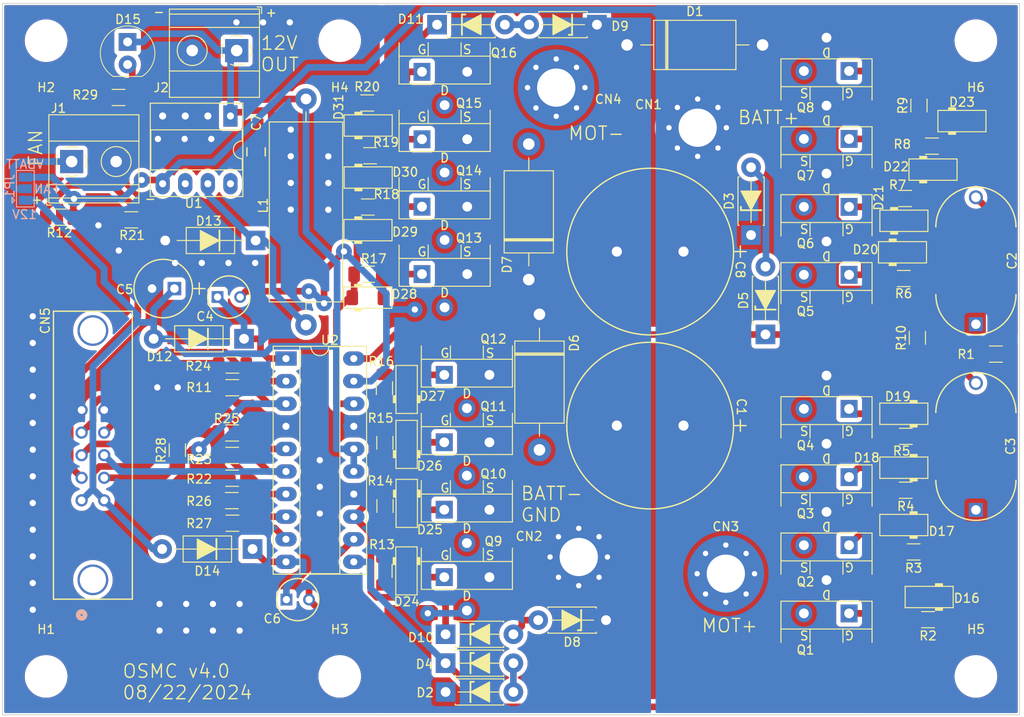
<source format=kicad_pcb>
(kicad_pcb (version 20221018) (generator pcbnew)

  (general
    (thickness 1.6)
  )

  (paper "A4")
  (layers
    (0 "F.Cu" signal)
    (31 "B.Cu" signal)
    (32 "B.Adhes" user "B.Adhesive")
    (33 "F.Adhes" user "F.Adhesive")
    (34 "B.Paste" user)
    (35 "F.Paste" user)
    (36 "B.SilkS" user "B.Silkscreen")
    (37 "F.SilkS" user "F.Silkscreen")
    (38 "B.Mask" user)
    (39 "F.Mask" user)
    (40 "Dwgs.User" user "User.Drawings")
    (41 "Cmts.User" user "User.Comments")
    (42 "Eco1.User" user "User.Eco1")
    (43 "Eco2.User" user "User.Eco2")
    (44 "Edge.Cuts" user)
    (45 "Margin" user)
    (46 "B.CrtYd" user "B.Courtyard")
    (47 "F.CrtYd" user "F.Courtyard")
    (48 "B.Fab" user)
    (49 "F.Fab" user)
    (50 "User.1" user)
    (51 "User.2" user)
    (52 "User.3" user)
    (53 "User.4" user)
    (54 "User.5" user)
    (55 "User.6" user)
    (56 "User.7" user)
    (57 "User.8" user)
    (58 "User.9" user)
  )

  (setup
    (pad_to_mask_clearance 0)
    (pcbplotparams
      (layerselection 0x00010fc_ffffffff)
      (plot_on_all_layers_selection 0x0000000_00000000)
      (disableapertmacros false)
      (usegerberextensions false)
      (usegerberattributes true)
      (usegerberadvancedattributes true)
      (creategerberjobfile true)
      (dashed_line_dash_ratio 12.000000)
      (dashed_line_gap_ratio 3.000000)
      (svgprecision 4)
      (plotframeref false)
      (viasonmask false)
      (mode 1)
      (useauxorigin false)
      (hpglpennumber 1)
      (hpglpenspeed 20)
      (hpglpendiameter 15.000000)
      (dxfpolygonmode true)
      (dxfimperialunits true)
      (dxfusepcbnewfont true)
      (psnegative false)
      (psa4output false)
      (plotreference true)
      (plotvalue true)
      (plotinvisibletext false)
      (sketchpadsonfab false)
      (subtractmaskfromsilk false)
      (outputformat 1)
      (mirror false)
      (drillshape 1)
      (scaleselection 1)
      (outputdirectory "")
    )
  )

  (net 0 "")
  (net 1 "VBATT")
  (net 2 "GND")
  (net 3 "BHS")
  (net 4 "Net-(C2-Pad2)")
  (net 5 "AHS")
  (net 6 "Net-(C3-Pad2)")
  (net 7 "Net-(D12-K)")
  (net 8 "+12V")
  (net 9 "Net-(D14-K)")
  (net 10 "Net-(CN5-Pad3)")
  (net 11 "DISABLE")
  (net 12 "AHI")
  (net 13 "ALI")
  (net 14 "BHI")
  (net 15 "BLI")
  (net 16 "Net-(D2-A)")
  (net 17 "Net-(D3-A)")
  (net 18 "AHO")
  (net 19 "BHO")
  (net 20 "Net-(D10-A)")
  (net 21 "Net-(D11-A)")
  (net 22 "ALO")
  (net 23 "BLO")
  (net 24 "Net-(D13-K)")
  (net 25 "Net-(D15-Pad2)")
  (net 26 "Net-(D16-A)")
  (net 27 "Net-(D17-A)")
  (net 28 "Net-(D18-A)")
  (net 29 "Net-(D19-A)")
  (net 30 "Net-(D20-A)")
  (net 31 "Net-(D21-A)")
  (net 32 "Net-(D22-A)")
  (net 33 "Net-(D23-A)")
  (net 34 "Net-(D24-A)")
  (net 35 "Net-(D25-A)")
  (net 36 "Net-(D26-A)")
  (net 37 "Net-(D27-A)")
  (net 38 "Net-(D28-A)")
  (net 39 "Net-(D29-A)")
  (net 40 "Net-(D30-A)")
  (net 41 "Net-(D31-A)")
  (net 42 "Net-(J1-Pin_1)")
  (net 43 "Net-(U2-HDEL)")
  (net 44 "Net-(U2-LDEL)")
  (net 45 "unconnected-(U1-NC-Pad6)")
  (net 46 "unconnected-(U1-NC-Pad8)")

  (footprint "MountingHole:MountingHole_4.3mm_M4_Pad_Via" (layer "F.Cu") (at 166.365 113.07))

  (footprint "Diode_THT_AKL:D_DO-41_SOD81_P10.16mm_Horizontal" (layer "F.Cu") (at 130.05 77.475 180))

  (footprint "C4,6:CAP_T350B_4p5X4p5-2p54_KEM" (layer "F.Cu") (at 127.04 83.83))

  (footprint "TO220-3-Staggered:TO-220-3_Vertical_GDS_Staggered" (layer "F.Cu") (at 151.25 115.3375))

  (footprint "Resistor_SMD:R_1206_3216Metric_Pad1.30x1.75mm_HandSolder" (layer "F.Cu") (at 142.66 73.71))

  (footprint "Package_DIP:DIP-20_W7.62mm_Socket_LongPads" (layer "F.Cu") (at 133.46 90.755))

  (footprint "TO220-3-Staggered:TO-220-3_Vertical_GDS_Staggered" (layer "F.Cu") (at 196.75 58.4125 180))

  (footprint "MountingHole:MountingHole_4.3mm_M4" (layer "F.Cu") (at 106.5 126.5))

  (footprint "Resistor_SMD:R_1206_3216Metric_Pad1.30x1.75mm_HandSolder" (layer "F.Cu") (at 203.125 99.5 180))

  (footprint "Resistor_SMD:R_1206_3216Metric_Pad1.30x1.75mm_HandSolder" (layer "F.Cu") (at 116.075 75.15))

  (footprint "TO220-3-Staggered:TO-220-3_Vertical_GDS_Staggered" (layer "F.Cu") (at 148.75 58.5))

  (footprint "Diode_SMD_AKL:D_MiniMELF" (layer "F.Cu") (at 202.75 78.8))

  (footprint "Inductor_THT:L_Axial_L20.0mm_D8.0mm_P25.40mm_Horizontal" (layer "F.Cu") (at 135.71 86.96 90))

  (footprint "TO220-3-Staggered:TO-220-3_Vertical_GDS_Staggered" (layer "F.Cu") (at 196.75 96.4125 180))

  (footprint "TO220-3-Staggered:TO-220-3_Vertical_GDS_Staggered" (layer "F.Cu") (at 196.75 73.6908 180))

  (footprint "Diode_THT:D_DO-201AE_P15.24mm_Horizontal" (layer "F.Cu") (at 161.95 85.78 -90))

  (footprint "Diode_THT_AKL:D_DO-41_SOD81_P7.62mm_Horizontal_Zener" (layer "F.Cu") (at 185.73 76.86 90))

  (footprint "Diode_SMD_AKL:D_MiniMELF" (layer "F.Cu") (at 142.7 70.39))

  (footprint "MountingHole:MountingHole_4.3mm_M4_Pad_Via" (layer "F.Cu") (at 179.73 64.79))

  (footprint "Resistor_SMD:R_1206_3216Metric_Pad1.30x1.75mm_HandSolder" (layer "F.Cu") (at 206.06 66.86))

  (footprint "Resistor_SMD:R_1206_3216Metric_Pad1.30x1.75mm_HandSolder" (layer "F.Cu") (at 144.575 100.225 90))

  (footprint "Diode_THT_AKL:D_DO-41_SOD81_P7.62mm_Horizontal_Zener" (layer "F.Cu") (at 151.4 121.76))

  (footprint "TerminalBlock_Phoenix:TerminalBlock_Phoenix_MKDS-1,5-2_1x02_P5.00mm_Horizontal" (layer "F.Cu") (at 127.92 56.11 180))

  (footprint "Resistor_SMD:R_1206_3216Metric_Pad1.30x1.75mm_HandSolder" (layer "F.Cu") (at 144.59 107.33 -90))

  (footprint "TO220-3-Staggered:TO-220-3_Vertical_GDS_Staggered" (layer "F.Cu") (at 196.75 104.0792 180))

  (footprint "C2,3:CAP_225P_WA_0.70X0.40X0.55_CND_NARROW" (layer "F.Cu") (at 211 107.7748 90))

  (footprint "Diode_SMD_AKL:D_MiniMELF" (layer "F.Cu") (at 209.43 64.04))

  (footprint "Diode_THT:D_DO-201AE_P15.24mm_Horizontal" (layer "F.Cu") (at 160.75 81.87 90))

  (footprint "Diode_THT_AKL:D_DO-41_SOD81_P7.62mm_Horizontal_Zener" (layer "F.Cu") (at 187.35 88.035 90))

  (footprint "TO220-3-Staggered:TO-220-3_Vertical_GDS_Staggered" (layer "F.Cu") (at 196.75 111.7458 180))

  (footprint "C5:PCAP_63x112_PAN" (layer "F.Cu") (at 120.92055 82.88 180))

  (footprint "Package_DIP:DIP-8_W7.62mm_Socket_LongPads" (layer "F.Cu") (at 127.22 63.47 -90))

  (footprint "MountingHole:MountingHole_4.3mm_M4" (layer "F.Cu") (at 139.5 55))

  (footprint "Diode_THT:D_DO-201AE_P15.24mm_Horizontal" (layer "F.Cu") (at 171.79 55.48))

  (footprint "Resistor_SMD:R_1206_3216Metric_Pad1.30x1.75mm_HandSolder" (layer "F.Cu") (at 202.9 81.75))

  (footprint "C2,3:CAP_225P_WA_0.70X0.40X0.55_CND_NARROW" (layer "F.Cu") (at 211 86.8874 90))

  (footprint "Resistor_SMD:R_1206_3216Metric_Pad1.30x1.75mm_HandSolder" (layer "F.Cu") (at 127.44 91.48))

  (footprint "Resistor_SMD:R_1206_3216Metric_Pad1.30x1.75mm_HandSolder" (layer "F.Cu") (at 213.25 90.25 180))

  (footprint "MountingHole:MountingHole_4.3mm_M4_Pad_Via" (layer "F.Cu") (at 182.895 114.95))

  (footprint "TO220-3-Staggered:TO-220-3_Vertical_GDS_Staggered" (layer "F.Cu") (at 196.75 119.4125 180))

  (footprint "Resistor_SMD:R_1206_3216Metric_Pad1.30x1.75mm_HandSolder" (layer "F.Cu") (at 142.59 62.01))

  (footprint "Diode_THT_AKL:D_DO-41_SOD81_P7.62mm_Horizontal_Zener" (layer "F.Cu") (at 169.43 120.17 180))

  (footprint "C1,8:CAP_EEUFC_18X20_PAN" (layer "F.Cu") (at 178.13975 98.29 180))

  (footprint "Diode_SMD_AKL:D_MiniMELF" (layer "F.Cu") (at 147 114.63 -90))

  (footprint "Diode_SMD_AKL:D_MiniMELF" (layer "F.Cu") (at 147.03 107.04 -90))

  (footprint "Diode_SMD_AKL:D_MiniMELF" (layer "F.Cu")
    (tstamp 74a87fee-5e24-443f-a384-19c06bdbdb5b)
    (at 202.9 96.96 180)
    (descr "Diode Mini-MELF, Alternate KiCad Library")
    (tags "Diode Mini-MELF")
    (pro
... [883518 chars truncated]
</source>
